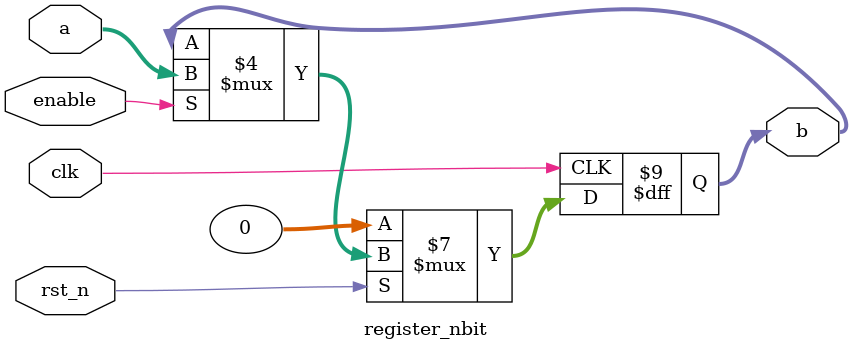
<source format=v>


// The result of translation follows.  Its copyright status should be
// considered unchanged from the original VHDL.

// no timescale needed

module register_nbit(
input wire clk,
input wire rst_n,
input wire enable,
input wire [N - 1:0] a,
output reg [N - 1:0] b
);

parameter [31:0] N = 32;




  always @(posedge clk) begin
    if((rst_n == 1'b0)) begin
      b <= {(((N - 1))-((0))+1){1'b0}};
    end
    else if((enable == 1'b1)) begin
      b <= a;
    end
  end


endmodule

</source>
